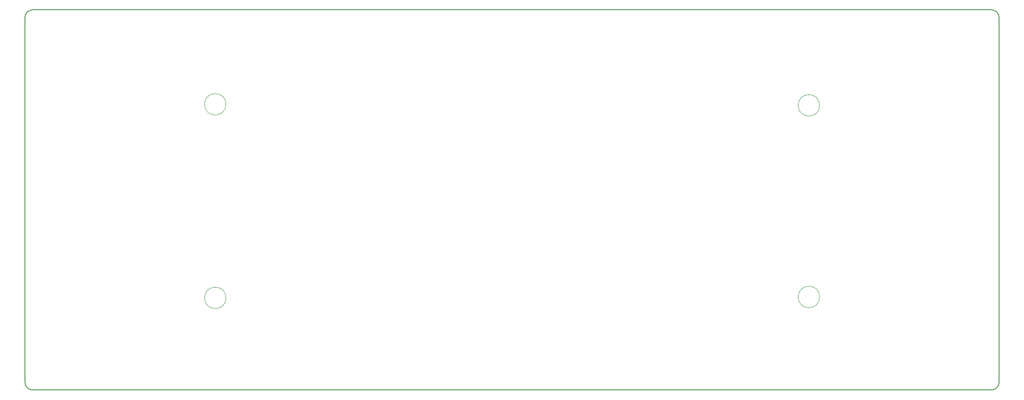
<source format=gbr>
%TF.GenerationSoftware,KiCad,Pcbnew,(7.0.0)*%
%TF.CreationDate,2023-10-03T20:22:14+02:00*%
%TF.ProjectId,qorthoz,716f7274-686f-47a2-9e6b-696361645f70,rev?*%
%TF.SameCoordinates,Original*%
%TF.FileFunction,Profile,NP*%
%FSLAX46Y46*%
G04 Gerber Fmt 4.6, Leading zero omitted, Abs format (unit mm)*
G04 Created by KiCad (PCBNEW (7.0.0)) date 2023-10-03 20:22:14*
%MOMM*%
%LPD*%
G01*
G04 APERTURE LIST*
%TA.AperFunction,Profile*%
%ADD10C,0.200000*%
%TD*%
%TA.AperFunction,Profile*%
%ADD11C,0.100000*%
%TD*%
G04 APERTURE END LIST*
D10*
X28575000Y-95250000D02*
G75*
G03*
X30162500Y-96837500I1587500J0D01*
G01*
D11*
X187865892Y-78190831D02*
G75*
G03*
X187865892Y-78190831I-2150000J0D01*
G01*
D10*
X30162500Y-20637500D02*
G75*
G03*
X28575000Y-22225000I0J-1587500D01*
G01*
X223837500Y-95250000D02*
X223837500Y-22225000D01*
X222250000Y-96837500D02*
G75*
G03*
X223837500Y-95250000I0J1587500D01*
G01*
X28575000Y-22225000D02*
X28575000Y-95250000D01*
D11*
X68883163Y-78380969D02*
G75*
G03*
X68883163Y-78380969I-2150000J0D01*
G01*
D10*
X30162500Y-20637500D02*
X222250000Y-20637500D01*
D11*
X68869564Y-39578114D02*
G75*
G03*
X68869564Y-39578114I-2150000J0D01*
G01*
X187849687Y-39779329D02*
G75*
G03*
X187849687Y-39779329I-2150000J0D01*
G01*
D10*
X223837500Y-22225000D02*
G75*
G03*
X222250000Y-20637500I-1587500J0D01*
G01*
X30162500Y-96837500D02*
X222250000Y-96837500D01*
M02*

</source>
